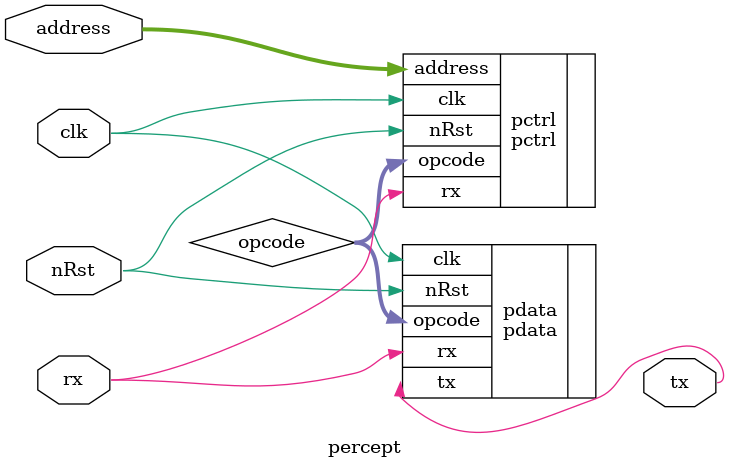
<source format=v>
module percept(
   input             clk,
   input             nRst,
   input [7:0]       address,
   input             rx,
   output            tx
);

   wire  [2:0] opcode;

   pctrl pctrl(
      .clk           (clk        ),
      .nRst          (nRst       ),
      .address       (address    ),
      .rx            (rx         ),
      .opcode        (opcode     )
   );

   pdata pdata(
      .clk           (clk        ),
      .nRst          (nRst       ),
      .rx            (rx         ),
      .opcode        (opcode     ),
      .tx            (tx         )
   );

endmodule

</source>
